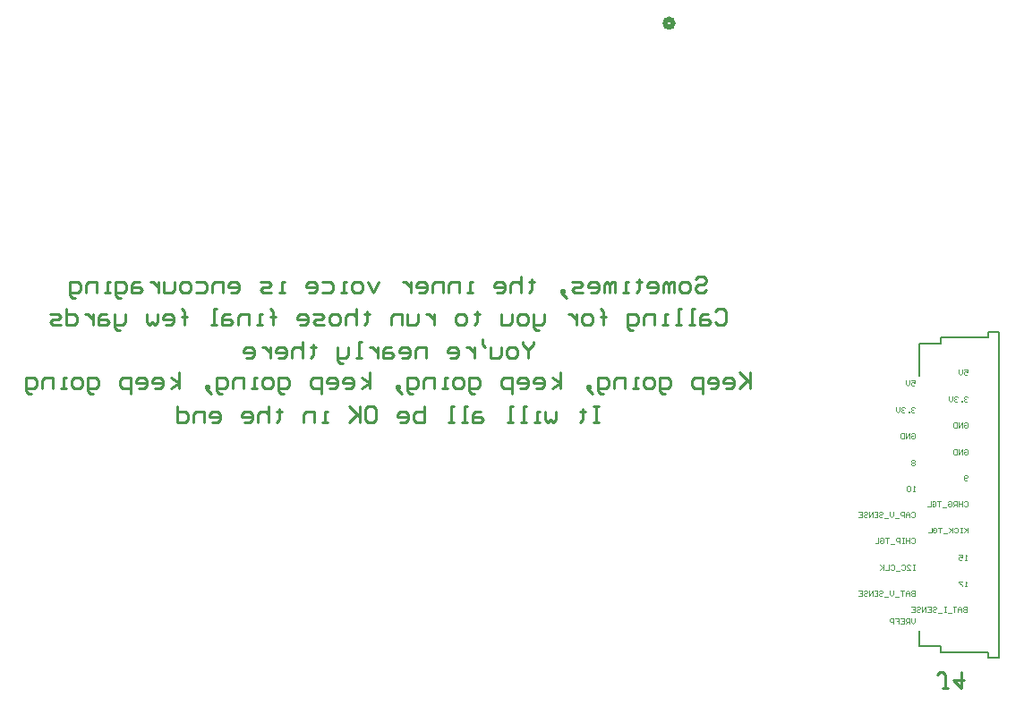
<source format=gbo>
G04*
G04 #@! TF.GenerationSoftware,Altium Limited,Altium Designer,22.9.1 (49)*
G04*
G04 Layer_Color=32896*
%FSLAX44Y44*%
%MOMM*%
G71*
G04*
G04 #@! TF.SameCoordinates,63DD9504-EA5A-40A3-A547-44A0B6CD77F8*
G04*
G04*
G04 #@! TF.FilePolarity,Positive*
G04*
G01*
G75*
%ADD11C,0.5080*%
%ADD12C,0.2000*%
%ADD13C,0.2540*%
%ADD15C,0.1000*%
D11*
X869520Y800000D02*
G03*
X869520Y800000I-3810J0D01*
G01*
D12*
X1122501Y205000D02*
Y210300D01*
Y205000D02*
X1167501D01*
Y200000D02*
Y205000D01*
X1177496Y200000D02*
Y507496D01*
X1167500Y200000D02*
X1177495D01*
X1167496Y507496D02*
X1177496D01*
X1167496Y502496D02*
Y507496D01*
X1122505Y502496D02*
X1167496D01*
X1122505Y497200D02*
Y502496D01*
X1102500Y497200D02*
X1122505D01*
X1102500Y466750D02*
Y497200D01*
X1102500Y210300D02*
Y225250D01*
Y210300D02*
X1122501D01*
D13*
X799325Y437617D02*
X794247D01*
X796786D01*
Y422383D01*
X799325D01*
X794247D01*
X784090Y435078D02*
Y432539D01*
X786630D01*
X781551D01*
X784090D01*
Y424922D01*
X781551Y422383D01*
X758699Y432539D02*
Y424922D01*
X756159Y422383D01*
X753620Y424922D01*
X751081Y422383D01*
X748542Y424922D01*
Y432539D01*
X743464Y422383D02*
X738385D01*
X740924D01*
Y432539D01*
X743464D01*
X730768Y422383D02*
X725689D01*
X728229D01*
Y437617D01*
X730768D01*
X718072Y422383D02*
X712993D01*
X715533D01*
Y437617D01*
X718072D01*
X687602Y432539D02*
X682523D01*
X679984Y430000D01*
Y422383D01*
X687602D01*
X690141Y424922D01*
X687602Y427461D01*
X679984D01*
X674906Y422383D02*
X669827D01*
X672367D01*
Y437617D01*
X674906D01*
X662210Y422383D02*
X657132D01*
X659671D01*
Y437617D01*
X662210D01*
X634279D02*
Y422383D01*
X626661D01*
X624122Y424922D01*
Y427461D01*
Y430000D01*
X626661Y432539D01*
X634279D01*
X611426Y422383D02*
X616505D01*
X619044Y424922D01*
Y430000D01*
X616505Y432539D01*
X611426D01*
X608887Y430000D01*
Y427461D01*
X619044D01*
X580956Y437617D02*
X586035D01*
X588574Y435078D01*
Y424922D01*
X586035Y422383D01*
X580956D01*
X578417Y424922D01*
Y435078D01*
X580956Y437617D01*
X573339D02*
Y422383D01*
Y427461D01*
X563182Y437617D01*
X570799Y430000D01*
X563182Y422383D01*
X542868D02*
X537790D01*
X540329D01*
Y432539D01*
X542868D01*
X530173Y422383D02*
Y432539D01*
X522555D01*
X520016Y430000D01*
Y422383D01*
X497163Y435078D02*
Y432539D01*
X499702D01*
X494624D01*
X497163D01*
Y424922D01*
X494624Y422383D01*
X487007Y437617D02*
Y422383D01*
Y430000D01*
X484467Y432539D01*
X479389D01*
X476850Y430000D01*
Y422383D01*
X464154D02*
X469232D01*
X471772Y424922D01*
Y430000D01*
X469232Y432539D01*
X464154D01*
X461615Y430000D01*
Y427461D01*
X471772D01*
X433684Y422383D02*
X438762D01*
X441301Y424922D01*
Y430000D01*
X438762Y432539D01*
X433684D01*
X431145Y430000D01*
Y427461D01*
X441301D01*
X426066Y422383D02*
Y432539D01*
X418449D01*
X415910Y430000D01*
Y422383D01*
X400675Y437617D02*
Y422383D01*
X408292D01*
X410831Y424922D01*
Y430000D01*
X408292Y432539D01*
X400675D01*
X942789Y470157D02*
Y454922D01*
Y460000D01*
X932632Y470157D01*
X940250Y462539D01*
X932632Y454922D01*
X919937D02*
X925015D01*
X927554Y457461D01*
Y462539D01*
X925015Y465078D01*
X919937D01*
X917397Y462539D01*
Y460000D01*
X927554D01*
X904701Y454922D02*
X909780D01*
X912319Y457461D01*
Y462539D01*
X909780Y465078D01*
X904701D01*
X902162Y462539D01*
Y460000D01*
X912319D01*
X897084Y449843D02*
Y465078D01*
X889466D01*
X886927Y462539D01*
Y457461D01*
X889466Y454922D01*
X897084D01*
X861535Y449843D02*
X858996D01*
X856457Y452383D01*
Y465078D01*
X864074D01*
X866614Y462539D01*
Y457461D01*
X864074Y454922D01*
X856457D01*
X848839D02*
X843761D01*
X841222Y457461D01*
Y462539D01*
X843761Y465078D01*
X848839D01*
X851379Y462539D01*
Y457461D01*
X848839Y454922D01*
X836144D02*
X831065D01*
X833604D01*
Y465078D01*
X836144D01*
X823448Y454922D02*
Y465078D01*
X815830D01*
X813291Y462539D01*
Y454922D01*
X803134Y449843D02*
X800595D01*
X798056Y452383D01*
Y465078D01*
X805673D01*
X808213Y462539D01*
Y457461D01*
X805673Y454922D01*
X798056D01*
X790438Y452383D02*
X787899Y454922D01*
Y457461D01*
X790438D01*
Y454922D01*
X787899D01*
X790438Y452383D01*
X792978Y449843D01*
X762507Y454922D02*
Y470157D01*
Y460000D02*
X754890Y465078D01*
X762507Y460000D02*
X754890Y454922D01*
X739655D02*
X744733D01*
X747272Y457461D01*
Y462539D01*
X744733Y465078D01*
X739655D01*
X737116Y462539D01*
Y460000D01*
X747272D01*
X724420Y454922D02*
X729498D01*
X732037Y457461D01*
Y462539D01*
X729498Y465078D01*
X724420D01*
X721880Y462539D01*
Y460000D01*
X732037D01*
X716802Y449843D02*
Y465078D01*
X709185D01*
X706646Y462539D01*
Y457461D01*
X709185Y454922D01*
X716802D01*
X681254Y449843D02*
X678715D01*
X676175Y452383D01*
Y465078D01*
X683793D01*
X686332Y462539D01*
Y457461D01*
X683793Y454922D01*
X676175D01*
X668558D02*
X663479D01*
X660940Y457461D01*
Y462539D01*
X663479Y465078D01*
X668558D01*
X671097Y462539D01*
Y457461D01*
X668558Y454922D01*
X655862D02*
X650784D01*
X653323D01*
Y465078D01*
X655862D01*
X643166Y454922D02*
Y465078D01*
X635549D01*
X633009Y462539D01*
Y454922D01*
X622853Y449843D02*
X620313D01*
X617774Y452383D01*
Y465078D01*
X625392D01*
X627931Y462539D01*
Y457461D01*
X625392Y454922D01*
X617774D01*
X610157Y452383D02*
X607617Y454922D01*
Y457461D01*
X610157D01*
Y454922D01*
X607617D01*
X610157Y452383D01*
X612696Y449843D01*
X582226Y454922D02*
Y470157D01*
Y460000D02*
X574608Y465078D01*
X582226Y460000D02*
X574608Y454922D01*
X559373D02*
X564451D01*
X566991Y457461D01*
Y462539D01*
X564451Y465078D01*
X559373D01*
X556834Y462539D01*
Y460000D01*
X566991D01*
X544138Y454922D02*
X549216D01*
X551756Y457461D01*
Y462539D01*
X549216Y465078D01*
X544138D01*
X541599Y462539D01*
Y460000D01*
X551756D01*
X536521Y449843D02*
Y465078D01*
X528903D01*
X526364Y462539D01*
Y457461D01*
X528903Y454922D01*
X536521D01*
X500972Y449843D02*
X498433D01*
X495894Y452383D01*
Y465078D01*
X503511D01*
X506050Y462539D01*
Y457461D01*
X503511Y454922D01*
X495894D01*
X488276D02*
X483198D01*
X480659Y457461D01*
Y462539D01*
X483198Y465078D01*
X488276D01*
X490815Y462539D01*
Y457461D01*
X488276Y454922D01*
X475580D02*
X470502D01*
X473041D01*
Y465078D01*
X475580D01*
X462884Y454922D02*
Y465078D01*
X455267D01*
X452728Y462539D01*
Y454922D01*
X442571Y449843D02*
X440032D01*
X437492Y452383D01*
Y465078D01*
X445110D01*
X447649Y462539D01*
Y457461D01*
X445110Y454922D01*
X437492D01*
X429875Y452383D02*
X427336Y454922D01*
Y457461D01*
X429875D01*
Y454922D01*
X427336D01*
X429875Y452383D01*
X432414Y449843D01*
X401944Y454922D02*
Y470157D01*
Y460000D02*
X394327Y465078D01*
X401944Y460000D02*
X394327Y454922D01*
X379091D02*
X384170D01*
X386709Y457461D01*
Y462539D01*
X384170Y465078D01*
X379091D01*
X376552Y462539D01*
Y460000D01*
X386709D01*
X363856Y454922D02*
X368935D01*
X371474Y457461D01*
Y462539D01*
X368935Y465078D01*
X363856D01*
X361317Y462539D01*
Y460000D01*
X371474D01*
X356239Y449843D02*
Y465078D01*
X348621D01*
X346082Y462539D01*
Y457461D01*
X348621Y454922D01*
X356239D01*
X320690Y449843D02*
X318151D01*
X315612Y452383D01*
Y465078D01*
X323229D01*
X325769Y462539D01*
Y457461D01*
X323229Y454922D01*
X315612D01*
X307994D02*
X302916D01*
X300377Y457461D01*
Y462539D01*
X302916Y465078D01*
X307994D01*
X310534Y462539D01*
Y457461D01*
X307994Y454922D01*
X295299D02*
X290220D01*
X292759D01*
Y465078D01*
X295299D01*
X282603Y454922D02*
Y465078D01*
X274985D01*
X272446Y462539D01*
Y454922D01*
X262289Y449843D02*
X259750D01*
X257211Y452383D01*
Y465078D01*
X264828D01*
X267368Y462539D01*
Y457461D01*
X264828Y454922D01*
X257211D01*
X737116Y498887D02*
Y496348D01*
X732037Y491270D01*
X726959Y496348D01*
Y498887D01*
X732037Y491270D02*
Y483652D01*
X719341D02*
X714263D01*
X711724Y486191D01*
Y491270D01*
X714263Y493809D01*
X719341D01*
X721881Y491270D01*
Y486191D01*
X719341Y483652D01*
X706646Y493809D02*
Y486191D01*
X704106Y483652D01*
X696489D01*
Y493809D01*
X688871Y501426D02*
Y496348D01*
X691410Y493809D01*
X681254D02*
Y483652D01*
Y488730D01*
X678715Y491270D01*
X676175Y493809D01*
X673636D01*
X658401Y483652D02*
X663479D01*
X666019Y486191D01*
Y491270D01*
X663479Y493809D01*
X658401D01*
X655862Y491270D01*
Y488730D01*
X666019D01*
X635549Y483652D02*
Y493809D01*
X627931D01*
X625392Y491270D01*
Y483652D01*
X612696D02*
X617774D01*
X620313Y486191D01*
Y491270D01*
X617774Y493809D01*
X612696D01*
X610157Y491270D01*
Y488730D01*
X620313D01*
X602539Y493809D02*
X597461D01*
X594922Y491270D01*
Y483652D01*
X602539D01*
X605078Y486191D01*
X602539Y488730D01*
X594922D01*
X589843Y493809D02*
Y483652D01*
Y488730D01*
X587304Y491270D01*
X584765Y493809D01*
X582226D01*
X574608Y483652D02*
X569530D01*
X572069D01*
Y498887D01*
X574608D01*
X561912Y493809D02*
Y486191D01*
X559373Y483652D01*
X551756D01*
Y481113D01*
X554295Y478574D01*
X556834D01*
X551756Y483652D02*
Y493809D01*
X528903Y496348D02*
Y493809D01*
X531442D01*
X526364D01*
X528903D01*
Y486191D01*
X526364Y483652D01*
X518746Y498887D02*
Y483652D01*
Y491270D01*
X516207Y493809D01*
X511129D01*
X508590Y491270D01*
Y483652D01*
X495894D02*
X500972D01*
X503511Y486191D01*
Y491270D01*
X500972Y493809D01*
X495894D01*
X493354Y491270D01*
Y488730D01*
X503511D01*
X488276Y493809D02*
Y483652D01*
Y488730D01*
X485737Y491270D01*
X483198Y493809D01*
X480659D01*
X465424Y483652D02*
X470502D01*
X473041Y486191D01*
Y491270D01*
X470502Y493809D01*
X465424D01*
X462884Y491270D01*
Y488730D01*
X473041D01*
X909780Y527617D02*
X912319Y530157D01*
X917397D01*
X919937Y527617D01*
Y517461D01*
X917397Y514922D01*
X912319D01*
X909780Y517461D01*
X902162Y525078D02*
X897084D01*
X894545Y522539D01*
Y514922D01*
X902162D01*
X904701Y517461D01*
X902162Y520000D01*
X894545D01*
X889466Y514922D02*
X884388D01*
X886927D01*
Y530157D01*
X889466D01*
X876770Y514922D02*
X871692D01*
X874231D01*
Y530157D01*
X876770D01*
X864074Y514922D02*
X858996D01*
X861535D01*
Y525078D01*
X864074D01*
X851379Y514922D02*
Y525078D01*
X843761D01*
X841222Y522539D01*
Y514922D01*
X831065Y509843D02*
X828526D01*
X825987Y512383D01*
Y525078D01*
X833604D01*
X836144Y522539D01*
Y517461D01*
X833604Y514922D01*
X825987D01*
X803134D02*
Y527617D01*
Y522539D01*
X805673D01*
X800595D01*
X803134D01*
Y527617D01*
X800595Y530157D01*
X790438Y514922D02*
X785360D01*
X782821Y517461D01*
Y522539D01*
X785360Y525078D01*
X790438D01*
X792978Y522539D01*
Y517461D01*
X790438Y514922D01*
X777742Y525078D02*
Y514922D01*
Y520000D01*
X775203Y522539D01*
X772664Y525078D01*
X770125D01*
X747272D02*
Y517461D01*
X744733Y514922D01*
X737116D01*
Y512383D01*
X739655Y509843D01*
X742194D01*
X737116Y514922D02*
Y525078D01*
X729498Y514922D02*
X724420D01*
X721880Y517461D01*
Y522539D01*
X724420Y525078D01*
X729498D01*
X732037Y522539D01*
Y517461D01*
X729498Y514922D01*
X716802Y525078D02*
Y517461D01*
X714263Y514922D01*
X706646D01*
Y525078D01*
X683793Y527617D02*
Y525078D01*
X686332D01*
X681254D01*
X683793D01*
Y517461D01*
X681254Y514922D01*
X671097D02*
X666019D01*
X663479Y517461D01*
Y522539D01*
X666019Y525078D01*
X671097D01*
X673636Y522539D01*
Y517461D01*
X671097Y514922D01*
X643166Y525078D02*
Y514922D01*
Y520000D01*
X640627Y522539D01*
X638088Y525078D01*
X635549D01*
X627931D02*
Y517461D01*
X625392Y514922D01*
X617774D01*
Y525078D01*
X612696Y514922D02*
Y525078D01*
X605078D01*
X602539Y522539D01*
Y514922D01*
X579687Y527617D02*
Y525078D01*
X582226D01*
X577147D01*
X579687D01*
Y517461D01*
X577147Y514922D01*
X569530Y530157D02*
Y514922D01*
Y522539D01*
X566991Y525078D01*
X561912D01*
X559373Y522539D01*
Y514922D01*
X551756D02*
X546677D01*
X544138Y517461D01*
Y522539D01*
X546677Y525078D01*
X551756D01*
X554295Y522539D01*
Y517461D01*
X551756Y514922D01*
X539060D02*
X531442D01*
X528903Y517461D01*
X531442Y520000D01*
X536521D01*
X539060Y522539D01*
X536521Y525078D01*
X528903D01*
X516207Y514922D02*
X521285D01*
X523825Y517461D01*
Y522539D01*
X521285Y525078D01*
X516207D01*
X513668Y522539D01*
Y520000D01*
X523825D01*
X490815Y514922D02*
Y527617D01*
Y522539D01*
X493354D01*
X488276D01*
X490815D01*
Y527617D01*
X488276Y530157D01*
X480659Y514922D02*
X475580D01*
X478119D01*
Y525078D01*
X480659D01*
X467963Y514922D02*
Y525078D01*
X460345D01*
X457806Y522539D01*
Y514922D01*
X450188Y525078D02*
X445110D01*
X442571Y522539D01*
Y514922D01*
X450188D01*
X452728Y517461D01*
X450188Y520000D01*
X442571D01*
X437493Y514922D02*
X432414D01*
X434953D01*
Y530157D01*
X437493D01*
X407022Y514922D02*
Y527617D01*
Y522539D01*
X409562D01*
X404483D01*
X407022D01*
Y527617D01*
X404483Y530157D01*
X389248Y514922D02*
X394327D01*
X396866Y517461D01*
Y522539D01*
X394327Y525078D01*
X389248D01*
X386709Y522539D01*
Y520000D01*
X396866D01*
X381631Y525078D02*
Y517461D01*
X379091Y514922D01*
X376552Y517461D01*
X374013Y514922D01*
X371474Y517461D01*
Y525078D01*
X351161D02*
Y517461D01*
X348621Y514922D01*
X341004D01*
Y512383D01*
X343543Y509843D01*
X346082D01*
X341004Y514922D02*
Y525078D01*
X333386D02*
X328308D01*
X325769Y522539D01*
Y514922D01*
X333386D01*
X335925Y517461D01*
X333386Y520000D01*
X325769D01*
X320690Y525078D02*
Y514922D01*
Y520000D01*
X318151Y522539D01*
X315612Y525078D01*
X313073D01*
X295299Y530157D02*
Y514922D01*
X302916D01*
X305455Y517461D01*
Y522539D01*
X302916Y525078D01*
X295299D01*
X290220Y514922D02*
X282603D01*
X280063Y517461D01*
X282603Y520000D01*
X287681D01*
X290220Y522539D01*
X287681Y525078D01*
X280063D01*
X890736Y557617D02*
X893275Y560157D01*
X898353D01*
X900893Y557617D01*
Y555078D01*
X898353Y552539D01*
X893275D01*
X890736Y550000D01*
Y547461D01*
X893275Y544922D01*
X898353D01*
X900893Y547461D01*
X883118Y544922D02*
X878040D01*
X875501Y547461D01*
Y552539D01*
X878040Y555078D01*
X883118D01*
X885658Y552539D01*
Y547461D01*
X883118Y544922D01*
X870423D02*
Y555078D01*
X867883D01*
X865344Y552539D01*
Y544922D01*
Y552539D01*
X862805Y555078D01*
X860266Y552539D01*
Y544922D01*
X847570D02*
X852648D01*
X855187Y547461D01*
Y552539D01*
X852648Y555078D01*
X847570D01*
X845031Y552539D01*
Y550000D01*
X855187D01*
X837413Y557617D02*
Y555078D01*
X839952D01*
X834874D01*
X837413D01*
Y547461D01*
X834874Y544922D01*
X827256D02*
X822178D01*
X824717D01*
Y555078D01*
X827256D01*
X814561Y544922D02*
Y555078D01*
X812021D01*
X809482Y552539D01*
Y544922D01*
Y552539D01*
X806943Y555078D01*
X804404Y552539D01*
Y544922D01*
X791708D02*
X796786D01*
X799325Y547461D01*
Y552539D01*
X796786Y555078D01*
X791708D01*
X789169Y552539D01*
Y550000D01*
X799325D01*
X784090Y544922D02*
X776473D01*
X773934Y547461D01*
X776473Y550000D01*
X781551D01*
X784090Y552539D01*
X781551Y555078D01*
X773934D01*
X766316Y542383D02*
X763777Y544922D01*
Y547461D01*
X766316D01*
Y544922D01*
X763777D01*
X766316Y542383D01*
X768855Y539843D01*
X735846Y557617D02*
Y555078D01*
X738385D01*
X733307D01*
X735846D01*
Y547461D01*
X733307Y544922D01*
X725689Y560157D02*
Y544922D01*
Y552539D01*
X723150Y555078D01*
X718072D01*
X715533Y552539D01*
Y544922D01*
X702837D02*
X707915D01*
X710454Y547461D01*
Y552539D01*
X707915Y555078D01*
X702837D01*
X700297Y552539D01*
Y550000D01*
X710454D01*
X679984Y544922D02*
X674906D01*
X677445D01*
Y555078D01*
X679984D01*
X667288Y544922D02*
Y555078D01*
X659671D01*
X657132Y552539D01*
Y544922D01*
X652053D02*
Y555078D01*
X644436D01*
X641896Y552539D01*
Y544922D01*
X629201D02*
X634279D01*
X636818Y547461D01*
Y552539D01*
X634279Y555078D01*
X629201D01*
X626661Y552539D01*
Y550000D01*
X636818D01*
X621583Y555078D02*
Y544922D01*
Y550000D01*
X619044Y552539D01*
X616505Y555078D01*
X613965D01*
X591113D02*
X586035Y544922D01*
X580956Y555078D01*
X573339Y544922D02*
X568260D01*
X565721Y547461D01*
Y552539D01*
X568260Y555078D01*
X573339D01*
X575878Y552539D01*
Y547461D01*
X573339Y544922D01*
X560643D02*
X555564D01*
X558103D01*
Y555078D01*
X560643D01*
X537790D02*
X545408D01*
X547947Y552539D01*
Y547461D01*
X545408Y544922D01*
X537790D01*
X525094D02*
X530173D01*
X532712Y547461D01*
Y552539D01*
X530173Y555078D01*
X525094D01*
X522555Y552539D01*
Y550000D01*
X532712D01*
X502242Y544922D02*
X497163D01*
X499702D01*
Y555078D01*
X502242D01*
X489546Y544922D02*
X481928D01*
X479389Y547461D01*
X481928Y550000D01*
X487006D01*
X489546Y552539D01*
X487006Y555078D01*
X479389D01*
X451458Y544922D02*
X456536D01*
X459076Y547461D01*
Y552539D01*
X456536Y555078D01*
X451458D01*
X448919Y552539D01*
Y550000D01*
X459076D01*
X443840Y544922D02*
Y555078D01*
X436223D01*
X433684Y552539D01*
Y544922D01*
X418449Y555078D02*
X426066D01*
X428605Y552539D01*
Y547461D01*
X426066Y544922D01*
X418449D01*
X410831D02*
X405753D01*
X403214Y547461D01*
Y552539D01*
X405753Y555078D01*
X410831D01*
X413370Y552539D01*
Y547461D01*
X410831Y544922D01*
X398135Y555078D02*
Y547461D01*
X395596Y544922D01*
X387979D01*
Y555078D01*
X382900D02*
Y544922D01*
Y550000D01*
X380361Y552539D01*
X377822Y555078D01*
X375283D01*
X365126D02*
X360048D01*
X357508Y552539D01*
Y544922D01*
X365126D01*
X367665Y547461D01*
X365126Y550000D01*
X357508D01*
X347352Y539843D02*
X344813D01*
X342273Y542383D01*
Y555078D01*
X349891D01*
X352430Y552539D01*
Y547461D01*
X349891Y544922D01*
X342273D01*
X337195D02*
X332117D01*
X334656D01*
Y555078D01*
X337195D01*
X324499Y544922D02*
Y555078D01*
X316882D01*
X314342Y552539D01*
Y544922D01*
X304186Y539843D02*
X301646D01*
X299107Y542383D01*
Y555078D01*
X306725D01*
X309264Y552539D01*
Y547461D01*
X306725Y544922D01*
X299107D01*
X1129711Y171132D02*
X1124632D01*
X1127172D01*
Y183828D01*
X1124632Y186367D01*
X1122093D01*
X1119554Y183828D01*
X1142407Y186367D02*
Y171132D01*
X1134789Y178750D01*
X1144946D01*
D15*
X1144668Y471998D02*
X1148000D01*
Y469498D01*
X1146334Y470332D01*
X1145501D01*
X1144668Y469498D01*
Y467832D01*
X1145501Y466999D01*
X1147167D01*
X1148000Y467832D01*
X1143002Y471998D02*
Y468666D01*
X1141336Y466999D01*
X1139669Y468666D01*
Y471998D01*
X1148000Y446165D02*
X1147168Y446998D01*
X1145501D01*
X1144668Y446165D01*
Y445332D01*
X1145501Y444499D01*
X1146334D01*
X1145501D01*
X1144668Y443666D01*
Y442832D01*
X1145501Y441999D01*
X1147168D01*
X1148000Y442832D01*
X1143002Y441999D02*
Y442832D01*
X1142169D01*
Y441999D01*
X1143002D01*
X1138837Y446165D02*
X1138004Y446998D01*
X1136338D01*
X1135505Y446165D01*
Y445332D01*
X1136338Y444499D01*
X1137171D01*
X1136338D01*
X1135505Y443666D01*
Y442832D01*
X1136338Y441999D01*
X1138004D01*
X1138837Y442832D01*
X1133839Y446998D02*
Y443666D01*
X1132172Y441999D01*
X1130506Y443666D01*
Y446998D01*
X1144668Y421165D02*
X1145501Y421998D01*
X1147167D01*
X1148000Y421165D01*
Y417832D01*
X1147167Y416999D01*
X1145501D01*
X1144668Y417832D01*
Y419498D01*
X1146334D01*
X1143002Y416999D02*
Y421998D01*
X1139669Y416999D01*
Y421998D01*
X1138003D02*
Y416999D01*
X1135504D01*
X1134671Y417832D01*
Y421165D01*
X1135504Y421998D01*
X1138003D01*
X1144668Y396165D02*
X1145501Y396998D01*
X1147167D01*
X1148000Y396165D01*
Y392832D01*
X1147167Y391999D01*
X1145501D01*
X1144668Y392832D01*
Y394498D01*
X1146334D01*
X1143002Y391999D02*
Y396998D01*
X1139669Y391999D01*
Y396998D01*
X1138003D02*
Y391999D01*
X1135504D01*
X1134671Y392832D01*
Y396165D01*
X1135504Y396998D01*
X1138003D01*
X1148000Y367832D02*
X1147167Y366999D01*
X1145501D01*
X1144668Y367832D01*
Y371165D01*
X1145501Y371998D01*
X1147167D01*
X1148000Y371165D01*
Y370332D01*
X1147167Y369498D01*
X1144668D01*
Y346998D02*
X1145501Y347831D01*
X1147167D01*
X1148000Y346998D01*
Y343666D01*
X1147167Y342832D01*
X1145501D01*
X1144668Y343666D01*
X1143002Y347831D02*
Y342832D01*
Y345332D01*
X1139669D01*
Y347831D01*
Y342832D01*
X1138003D02*
Y347831D01*
X1135504D01*
X1134671Y346998D01*
Y345332D01*
X1135504Y344498D01*
X1138003D01*
X1136337D02*
X1134671Y342832D01*
X1129673Y346998D02*
X1130506Y347831D01*
X1132172D01*
X1133005Y346998D01*
Y343666D01*
X1132172Y342832D01*
X1130506D01*
X1129673Y343666D01*
Y345332D01*
X1131339D01*
X1128007Y341999D02*
X1124674D01*
X1123008Y347831D02*
X1119676D01*
X1121342D01*
Y342832D01*
X1114678Y346998D02*
X1115511Y347831D01*
X1117177D01*
X1118010Y346998D01*
Y343666D01*
X1117177Y342832D01*
X1115511D01*
X1114678Y343666D01*
Y345332D01*
X1116344D01*
X1113011Y347831D02*
Y342832D01*
X1109679D01*
X1148000Y322831D02*
Y317833D01*
Y319499D01*
X1144668Y322831D01*
X1147168Y320332D01*
X1144668Y317833D01*
X1143002Y322831D02*
X1141336D01*
X1142169D01*
Y317833D01*
X1143002D01*
X1141336D01*
X1135505Y321998D02*
X1136338Y322831D01*
X1138004D01*
X1138837Y321998D01*
Y318666D01*
X1138004Y317833D01*
X1136338D01*
X1135505Y318666D01*
X1133839Y322831D02*
Y317833D01*
Y319499D01*
X1130506Y322831D01*
X1133005Y320332D01*
X1130506Y317833D01*
X1128840Y316999D02*
X1125508D01*
X1123842Y322831D02*
X1120509D01*
X1122176D01*
Y317833D01*
X1115511Y321998D02*
X1116344Y322831D01*
X1118010D01*
X1118843Y321998D01*
Y318666D01*
X1118010Y317833D01*
X1116344D01*
X1115511Y318666D01*
Y320332D01*
X1117177D01*
X1113845Y322831D02*
Y317833D01*
X1110513D01*
X1098000Y236998D02*
Y233666D01*
X1096334Y232000D01*
X1094668Y233666D01*
Y236998D01*
X1093002Y232000D02*
Y236998D01*
X1090503D01*
X1089670Y236165D01*
Y234499D01*
X1090503Y233666D01*
X1093002D01*
X1091336D02*
X1089670Y232000D01*
X1084671Y236998D02*
X1088003D01*
Y232000D01*
X1084671D01*
X1088003Y234499D02*
X1086337D01*
X1079673Y236998D02*
X1083005D01*
Y234499D01*
X1081339D01*
X1083005D01*
Y232000D01*
X1078007D02*
Y236998D01*
X1075508D01*
X1074675Y236165D01*
Y234499D01*
X1075508Y233666D01*
X1078007D01*
X1098000Y262831D02*
Y257833D01*
X1095501D01*
X1094668Y258666D01*
Y259499D01*
X1095501Y260332D01*
X1098000D01*
X1095501D01*
X1094668Y261165D01*
Y261998D01*
X1095501Y262831D01*
X1098000D01*
X1093002Y257833D02*
Y261165D01*
X1091336Y262831D01*
X1089670Y261165D01*
Y257833D01*
Y260332D01*
X1093002D01*
X1088004Y262831D02*
X1084671D01*
X1086338D01*
Y257833D01*
X1083005Y257000D02*
X1079673D01*
X1078007Y262831D02*
Y259499D01*
X1076341Y257833D01*
X1074675Y259499D01*
Y262831D01*
X1073008Y257000D02*
X1069676D01*
X1064678Y261998D02*
X1065511Y262831D01*
X1067177D01*
X1068010Y261998D01*
Y261165D01*
X1067177Y260332D01*
X1065511D01*
X1064678Y259499D01*
Y258666D01*
X1065511Y257833D01*
X1067177D01*
X1068010Y258666D01*
X1059679Y262831D02*
X1063012D01*
Y257833D01*
X1059679D01*
X1063012Y260332D02*
X1061346D01*
X1058013Y257833D02*
Y262831D01*
X1054681Y257833D01*
Y262831D01*
X1049683Y261998D02*
X1050516Y262831D01*
X1052182D01*
X1053015Y261998D01*
Y261165D01*
X1052182Y260332D01*
X1050516D01*
X1049683Y259499D01*
Y258666D01*
X1050516Y257833D01*
X1052182D01*
X1053015Y258666D01*
X1044684Y262831D02*
X1048017D01*
Y257833D01*
X1044684D01*
X1048017Y260332D02*
X1046351D01*
X1098000Y287831D02*
X1096334D01*
X1097167D01*
Y282833D01*
X1098000D01*
X1096334D01*
X1090502D02*
X1093835D01*
X1090502Y286165D01*
Y286998D01*
X1091336Y287831D01*
X1093002D01*
X1093835Y286998D01*
X1085504D02*
X1086337Y287831D01*
X1088003D01*
X1088836Y286998D01*
Y283666D01*
X1088003Y282833D01*
X1086337D01*
X1085504Y283666D01*
X1083838Y282000D02*
X1080506D01*
X1075507Y286998D02*
X1076340Y287831D01*
X1078007D01*
X1078840Y286998D01*
Y283666D01*
X1078007Y282833D01*
X1076340D01*
X1075507Y283666D01*
X1073841Y287831D02*
Y282833D01*
X1070509D01*
X1068843Y287831D02*
Y282833D01*
Y284499D01*
X1065511Y287831D01*
X1068010Y285332D01*
X1065511Y282833D01*
X1094668Y311998D02*
X1095501Y312831D01*
X1097167D01*
X1098000Y311998D01*
Y308666D01*
X1097167Y307833D01*
X1095501D01*
X1094668Y308666D01*
X1093002Y312831D02*
Y307833D01*
Y310332D01*
X1089669D01*
Y312831D01*
Y307833D01*
X1088003Y312831D02*
X1086337D01*
X1087170D01*
Y307833D01*
X1088003D01*
X1086337D01*
X1083838D02*
Y312831D01*
X1081339D01*
X1080506Y311998D01*
Y310332D01*
X1081339Y309499D01*
X1083838D01*
X1078840Y307000D02*
X1075507D01*
X1073841Y312831D02*
X1070509D01*
X1072175D01*
Y307833D01*
X1065511Y311998D02*
X1066344Y312831D01*
X1068010D01*
X1068843Y311998D01*
Y308666D01*
X1068010Y307833D01*
X1066344D01*
X1065511Y308666D01*
Y310332D01*
X1067177D01*
X1063845Y312831D02*
Y307833D01*
X1060512D01*
X1094668Y336998D02*
X1095501Y337831D01*
X1097167D01*
X1098000Y336998D01*
Y333666D01*
X1097167Y332833D01*
X1095501D01*
X1094668Y333666D01*
X1093002Y332833D02*
Y336165D01*
X1091336Y337831D01*
X1089670Y336165D01*
Y332833D01*
Y335332D01*
X1093002D01*
X1088004Y332833D02*
Y337831D01*
X1085504D01*
X1084671Y336998D01*
Y335332D01*
X1085504Y334499D01*
X1088004D01*
X1083005Y332000D02*
X1079673D01*
X1078007Y337831D02*
Y334499D01*
X1076341Y332833D01*
X1074675Y334499D01*
Y337831D01*
X1073008Y332000D02*
X1069676D01*
X1064678Y336998D02*
X1065511Y337831D01*
X1067177D01*
X1068010Y336998D01*
Y336165D01*
X1067177Y335332D01*
X1065511D01*
X1064678Y334499D01*
Y333666D01*
X1065511Y332833D01*
X1067177D01*
X1068010Y333666D01*
X1059679Y337831D02*
X1063012D01*
Y332833D01*
X1059679D01*
X1063012Y335332D02*
X1061346D01*
X1058013Y332833D02*
Y337831D01*
X1054681Y332833D01*
Y337831D01*
X1049683Y336998D02*
X1050516Y337831D01*
X1052182D01*
X1053015Y336998D01*
Y336165D01*
X1052182Y335332D01*
X1050516D01*
X1049683Y334499D01*
Y333666D01*
X1050516Y332833D01*
X1052182D01*
X1053015Y333666D01*
X1044684Y337831D02*
X1048017D01*
Y332833D01*
X1044684D01*
X1048017Y335332D02*
X1046351D01*
X1098000Y357000D02*
X1096334D01*
X1097167D01*
Y361998D01*
X1098000Y361165D01*
X1093835D02*
X1093002Y361998D01*
X1091336D01*
X1090502Y361165D01*
Y357833D01*
X1091336Y357000D01*
X1093002D01*
X1093835Y357833D01*
Y361165D01*
X1098000Y386165D02*
X1097167Y386998D01*
X1095501D01*
X1094668Y386165D01*
Y385332D01*
X1095501Y384499D01*
X1094668Y383666D01*
Y382833D01*
X1095501Y382000D01*
X1097167D01*
X1098000Y382833D01*
Y383666D01*
X1097167Y384499D01*
X1098000Y385332D01*
Y386165D01*
X1097167Y384499D02*
X1095501D01*
X1094668Y411165D02*
X1095501Y411998D01*
X1097167D01*
X1098000Y411165D01*
Y407833D01*
X1097167Y407000D01*
X1095501D01*
X1094668Y407833D01*
Y409499D01*
X1096334D01*
X1093002Y407000D02*
Y411998D01*
X1089670Y407000D01*
Y411998D01*
X1088003D02*
Y407000D01*
X1085504D01*
X1084671Y407833D01*
Y411165D01*
X1085504Y411998D01*
X1088003D01*
X1098000Y436165D02*
X1097167Y436998D01*
X1095501D01*
X1094668Y436165D01*
Y435332D01*
X1095501Y434499D01*
X1096334D01*
X1095501D01*
X1094668Y433666D01*
Y432833D01*
X1095501Y432000D01*
X1097167D01*
X1098000Y432833D01*
X1093002Y432000D02*
Y432833D01*
X1092169D01*
Y432000D01*
X1093002D01*
X1088836Y436165D02*
X1088003Y436998D01*
X1086337D01*
X1085504Y436165D01*
Y435332D01*
X1086337Y434499D01*
X1087170D01*
X1086337D01*
X1085504Y433666D01*
Y432833D01*
X1086337Y432000D01*
X1088003D01*
X1088836Y432833D01*
X1083838Y436998D02*
Y433666D01*
X1082172Y432000D01*
X1080506Y433666D01*
Y436998D01*
X1094668Y461998D02*
X1098000D01*
Y459499D01*
X1096334Y460332D01*
X1095501D01*
X1094668Y459499D01*
Y457833D01*
X1095501Y457000D01*
X1097167D01*
X1098000Y457833D01*
X1093002Y461998D02*
Y458666D01*
X1091336Y457000D01*
X1089670Y458666D01*
Y461998D01*
X1147482Y247831D02*
Y242833D01*
X1144983D01*
X1144150Y243666D01*
Y244499D01*
X1144983Y245332D01*
X1147482D01*
X1144983D01*
X1144150Y246165D01*
Y246998D01*
X1144983Y247831D01*
X1147482D01*
X1142484Y242833D02*
Y246165D01*
X1140818Y247831D01*
X1139152Y246165D01*
Y242833D01*
Y245332D01*
X1142484D01*
X1137486Y247831D02*
X1134153D01*
X1135819D01*
Y242833D01*
X1132487Y241999D02*
X1129155D01*
X1127489Y247831D02*
X1125823D01*
X1126656D01*
Y242833D01*
X1127489D01*
X1125823D01*
X1123324Y241999D02*
X1119991D01*
X1114993Y246998D02*
X1115826Y247831D01*
X1117492D01*
X1118325Y246998D01*
Y246165D01*
X1117492Y245332D01*
X1115826D01*
X1114993Y244499D01*
Y243666D01*
X1115826Y242833D01*
X1117492D01*
X1118325Y243666D01*
X1109995Y247831D02*
X1113327D01*
Y242833D01*
X1109995D01*
X1113327Y245332D02*
X1111661D01*
X1108328Y242833D02*
Y247831D01*
X1104996Y242833D01*
Y247831D01*
X1099998Y246998D02*
X1100831Y247831D01*
X1102497D01*
X1103330Y246998D01*
Y246165D01*
X1102497Y245332D01*
X1100831D01*
X1099998Y244499D01*
Y243666D01*
X1100831Y242833D01*
X1102497D01*
X1103330Y243666D01*
X1094999Y247831D02*
X1098332D01*
Y242833D01*
X1094999D01*
X1098332Y245332D02*
X1096666D01*
X1147498Y266999D02*
X1145831D01*
X1146665D01*
Y271997D01*
X1147498Y271164D01*
X1143332Y271997D02*
X1140000D01*
Y271164D01*
X1143332Y267832D01*
Y266999D01*
X1147498Y291999D02*
X1145831D01*
X1146665D01*
Y296997D01*
X1147498Y296164D01*
X1140000Y296997D02*
X1143332D01*
Y294498D01*
X1141666Y295331D01*
X1140833D01*
X1140000Y294498D01*
Y292832D01*
X1140833Y291999D01*
X1142499D01*
X1143332Y292832D01*
M02*

</source>
